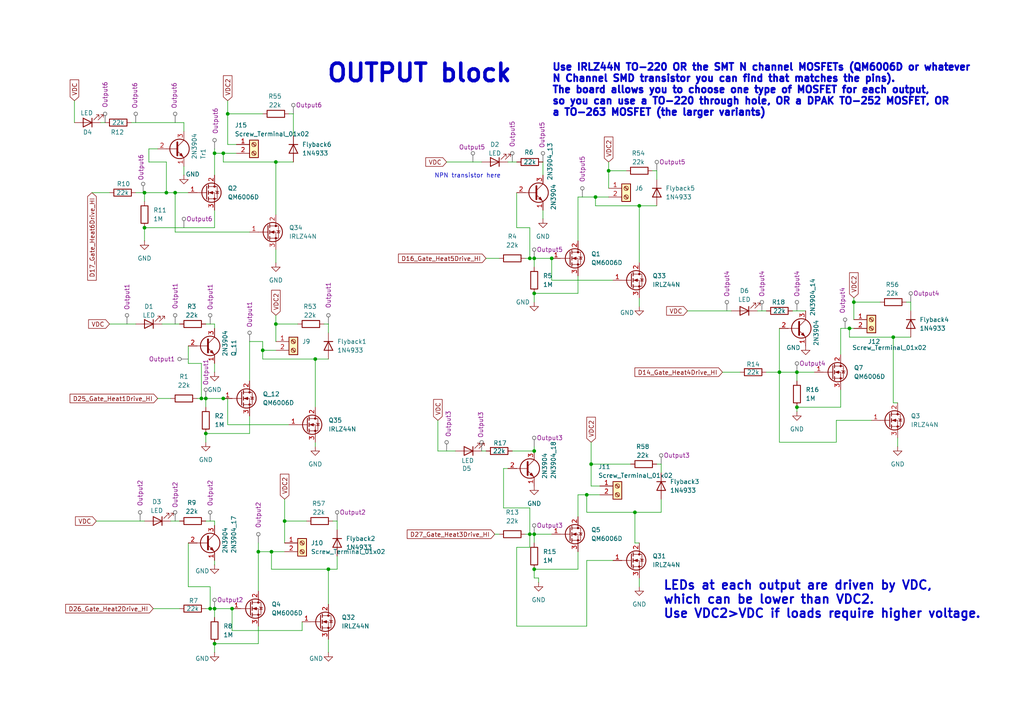
<source format=kicad_sch>
(kicad_sch (version 20250114) (generator "eeschema") (generator_version "9.0")
  (paper "A4")
  (lib_symbols
    (symbol "Connector:Screw_Terminal_01x02" (pin_names (offset 1.016) (hide yes))
      (property "Reference" "J" (at 0 2.54 0))
      (property "Value" "Screw_Terminal_01x02" (at 0 -5.08 0))
      (symbol "Screw_Terminal_01x02_1_1"
        (rectangle (start -1.27 1.27) (end 1.27 -3.81) (stroke (width 0.254)) (fill (type background)))
        (polyline (pts (xy -0.5334 0.3302) (xy 0.3302 -0.508)) (stroke (width 0.1524)))
        (polyline (pts (xy -0.5334 -2.2098) (xy 0.3302 -3.048)) (stroke (width 0.1524)))
        (polyline (pts (xy -0.3556 0.508) (xy 0.508 -0.3302)) (stroke (width 0.1524)))
        (polyline (pts (xy -0.3556 -2.032) (xy 0.508 -2.8702)) (stroke (width 0.1524)))
        (circle (center 0 0) (radius 0.635) (stroke (width 0.1524)))
        (circle (center 0 -2.54) (radius 0.635) (stroke (width 0.1524)))
        (pin passive line (at -5.08 0 0) (length 3.81) (name "Pin_1") (number "1"))
        (pin passive line (at -5.08 -2.54 0) (length 3.81) (name "Pin_2") (number "2"))
      )
    )
    (symbol "Device:LED" (pin_numbers (hide yes)) (pin_names (offset 1.016) (hide yes))
      (property "Reference" "D" (at 0 2.54 0))
      (property "Value" "LED" (at 0 -2.54 0))
      (symbol "LED_0_1"
        (polyline (pts (xy -3.048 -0.762) (xy -4.572 -2.286) (xy -3.81 -2.286) (xy -4.572 -2.286) (xy -4.572 -1.524)))
        (polyline (pts (xy -1.778 -0.762) (xy -3.302 -2.286) (xy -2.54 -2.286) (xy -3.302 -2.286) (xy -3.302 -1.524)))
        (polyline (pts (xy -1.27 0) (xy 1.27 0)))
        (polyline (pts (xy -1.27 -1.27) (xy -1.27 1.27)) (stroke (width 0.254)))
        (polyline (pts (xy 1.27 -1.27) (xy 1.27 1.27) (xy -1.27 0) (xy 1.27 -1.27)) (stroke (width 0.254)))
      )
      (symbol "LED_1_1"
        (pin passive line (at -3.81 0 0) (length 2.54) (name "K") (number "1"))
        (pin passive line (at 3.81 0 180) (length 2.54) (name "A") (number "2"))
      )
    )
    (symbol "Device:R" (pin_numbers (hide yes)) (pin_names (offset 0))
      (property "Reference" "R" (at 2.032 0 90))
      (property "Value" "R" (at 0 0 90))
      (symbol "R_0_1"
        (rectangle (start -1.016 -2.54) (end 1.016 2.54) (stroke (width 0.254)))
      )
      (symbol "R_1_1"
        (pin passive line (at 0 3.81 270) (length 1.27) (name "~") (number "1"))
        (pin passive line (at 0 -3.81 90) (length 1.27) (name "~") (number "2"))
      )
    )
    (symbol "Diode:1N4933" (pin_numbers (hide yes)) (pin_names (hide yes))
      (property "Reference" "D" (at 0 2.54 0))
      (property "Value" "1N4933" (at 0 -2.54 0))
      (symbol "1N4933_0_1"
        (polyline (pts (xy -1.27 1.27) (xy -1.27 -1.27)) (stroke (width 0.254)))
        (polyline (pts (xy 1.27 1.27) (xy 1.27 -1.27) (xy -1.27 0) (xy 1.27 1.27)) (stroke (width 0.254)))
        (polyline (pts (xy 1.27 0) (xy -1.27 0)))
      )
      (symbol "1N4933_1_1"
        (pin passive line (at -3.81 0 0) (length 2.54) (name "K") (number "1"))
        (pin passive line (at 3.81 0 180) (length 2.54) (name "A") (number "2"))
      )
    )
    (symbol "Transistor_BJT:2N3904" (pin_names (offset 0) (hide yes))
      (property "Reference" "Q" (at 5.08 1.905 0))
      (property "Value" "2N3904" (at 5.08 0 0))
      (symbol "2N3904_0_1"
        (polyline (pts (xy -2.54 0) (xy 0.635 0)))
        (polyline (pts (xy 0.635 1.905) (xy 0.635 -1.905)) (stroke (width 0.508)))
        (circle (center 1.27 0) (radius 2.8194) (stroke (width 0.254)))
      )
      (symbol "2N3904_1_1"
        (polyline (pts (xy 0.635 0.635) (xy 2.54 2.54)))
        (polyline (pts (xy 0.635 -0.635) (xy 2.54 -2.54)))
        (polyline (pts (xy 1.27 -1.778) (xy 1.778 -1.27) (xy 2.286 -2.286) (xy 1.27 -1.778)) (fill (type outline)))
        (pin input line (at -5.08 0 0) (length 2.54) (name "B") (number "2"))
        (pin passive line (at 2.54 5.08 270) (length 2.54) (name "C") (number "3"))
        (pin passive line (at 2.54 -5.08 90) (length 2.54) (name "E") (number "1"))
      )
    )
    (symbol "Transistor_FET:IRLZ44N" (pin_names (hide yes))
      (property "Reference" "Q" (at 5.08 1.905 0))
      (property "Value" "IRLZ44N" (at 5.08 0 0))
      (symbol "IRLZ44N_0_1"
        (polyline (pts (xy 0.254 1.905) (xy 0.254 -1.905)) (stroke (width 0.254)))
        (polyline (pts (xy 0.254 0) (xy -2.54 0)))
        (polyline (pts (xy 0.762 2.286) (xy 0.762 1.27)) (stroke (width 0.254)))
        (polyline (pts (xy 0.762 0.508) (xy 0.762 -0.508)) (stroke (width 0.254)))
        (polyline (pts (xy 0.762 -1.27) (xy 0.762 -2.286)) (stroke (width 0.254)))
        (polyline (pts (xy 0.762 -1.778) (xy 3.302 -1.778) (xy 3.302 1.778) (xy 0.762 1.778)))
        (polyline (pts (xy 1.016 0) (xy 2.032 0.381) (xy 2.032 -0.381) (xy 1.016 0)) (fill (type outline)))
        (circle (center 1.651 0) (radius 2.794) (stroke (width 0.254)))
        (polyline (pts (xy 2.54 2.54) (xy 2.54 1.778)))
        (circle (center 2.54 1.778) (radius 0.254) (fill (type outline)))
        (circle (center 2.54 -1.778) (radius 0.254) (fill (type outline)))
        (polyline (pts (xy 2.54 -2.54) (xy 2.54 0) (xy 0.762 0)))
        (polyline (pts (xy 2.794 0.508) (xy 2.921 0.381) (xy 3.683 0.381) (xy 3.81 0.254)))
        (polyline (pts (xy 3.302 0.381) (xy 2.921 -0.254) (xy 3.683 -0.254) (xy 3.302 0.381)))
      )
      (symbol "IRLZ44N_1_1"
        (pin input line (at -5.08 0 0) (length 2.54) (name "G") (number "1"))
        (pin passive line (at 2.54 5.08 270) (length 2.54) (name "D") (number "2"))
        (pin passive line (at 2.54 -5.08 90) (length 2.54) (name "S") (number "3"))
      )
    )
    (symbol "Transistor_FET:QM6006D" (pin_names (hide yes))
      (property "Reference" "Q" (at 5.08 1.905 0))
      (property "Value" "QM6006D" (at 5.08 0 0))
      (symbol "QM6006D_0_1"
        (polyline (pts (xy 0.254 1.905) (xy 0.254 -1.905)) (stroke (width 0.254)))
        (polyline (pts (xy 0.254 0) (xy -2.54 0)))
        (polyline (pts (xy 0.762 2.286) (xy 0.762 1.27)) (stroke (width 0.254)))
        (polyline (pts (xy 0.762 0.508) (xy 0.762 -0.508)) (stroke (width 0.254)))
        (polyline (pts (xy 0.762 -1.27) (xy 0.762 -2.286)) (stroke (width 0.254)))
        (polyline (pts (xy 0.762 -1.778) (xy 3.302 -1.778) (xy 3.302 1.778) (xy 0.762 1.778)))
        (polyline (pts (xy 1.016 0) (xy 2.032 0.381) (xy 2.032 -0.381) (xy 1.016 0)) (fill (type outline)))
        (circle (center 1.651 0) (radius 2.794) (stroke (width 0.254)))
        (polyline (pts (xy 2.54 2.54) (xy 2.54 1.778)))
        (circle (center 2.54 1.778) (radius 0.254) (fill (type outline)))
        (circle (center 2.54 -1.778) (radius 0.254) (fill (type outline)))
        (polyline (pts (xy 2.54 -2.54) (xy 2.54 0) (xy 0.762 0)))
        (polyline (pts (xy 2.794 0.508) (xy 2.921 0.381) (xy 3.683 0.381) (xy 3.81 0.254)))
        (polyline (pts (xy 3.302 0.381) (xy 2.921 -0.254) (xy 3.683 -0.254) (xy 3.302 0.381)))
      )
      (symbol "QM6006D_1_1"
        (pin input line (at -5.08 0 0) (length 2.54) (name "G") (number "1"))
        (pin passive line (at 2.54 5.08 270) (length 2.54) (name "D") (number "2"))
        (pin passive line (at 2.54 -5.08 90) (length 2.54) (name "S") (number "3"))
      )
    )
    (symbol "power:GND" (power) (pin_numbers (hide yes)) (pin_names (offset 0) (hide yes))
      (property "Value" "GND" (at 0 -3.81 0))
      (symbol "GND_0_1"
        (polyline (pts (xy 0 0) (xy 0 -1.27) (xy 1.27 -1.27) (xy 0 -2.54) (xy -1.27 -1.27) (xy 0 -1.27)))
      )
      (symbol "GND_1_1"
        (pin power_in line (at 0 0 270) (length 0) (name "~") (number "1"))
      )
    )
  )
  (text "OUTPUT block" (at 121.666 21.336 0) (effects (font (size 5.08 5.08) (thickness 1.016) (bold yes))))
  (text "NPN transistor here" (at 135.636 51.054 0) (effects (font (size 1.27 1.27))))
  (text "Use IRLZ44N TO-220 OR the SMT N channel MOSFETs (QM6006D or whatever\nN Channel SMD transistor you can find that matches the pins).\nThe board allows you to choose one type of MOSFET for each output,\nso you can use a TO-220 through hole, OR a DPAK TO-252 MOSFET, OR\na TO-263 MOSFET (the larger variants)" (at 160.02 26.162 0) (effects (font (size 2.032 2.032) (thickness 1.016) (bold yes)) (justify left)))
  (text "LEDs at each output are driven by VDC, \nwhich can be lower than VDC2.\nUse VDC2>VDC if loads require higher voltage." (at 192.278 173.99 0) (effects (font (size 2.54 2.54) (thickness 0.508) (bold yes)) (justify left)))
  (junction (at 62.23 176.53))
  (junction (at 154.94 130.81))
  (junction (at 58.42 115.57))
  (junction (at 67.31 176.53))
  (junction (at 153.67 74.93))
  (junction (at 66.04 33.02))
  (junction (at 64.77 115.57))
  (junction (at 185.42 59.69))
  (junction (at 231.14 118.11))
  (junction (at 226.06 107.95))
  (junction (at 154.94 165.1))
  (junction (at 154.94 85.09))
  (junction (at 76.2 101.6))
  (junction (at 172.72 57.15))
  (junction (at 154.94 154.94))
  (junction (at 153.67 154.94))
  (junction (at 80.01 46.99))
  (junction (at 62.23 44.45))
  (junction (at 62.23 186.69))
  (junction (at 160.02 74.93))
  (junction (at 50.8 55.88))
  (junction (at 171.45 134.62))
  (junction (at 60.96 176.53))
  (junction (at 247.65 87.63))
  (junction (at 259.08 97.79))
  (junction (at 91.44 104.14))
  (junction (at 154.94 74.93))
  (junction (at 184.15 148.59))
  (junction (at 64.77 44.45))
  (junction (at 78.74 160.02))
  (junction (at 246.38 95.25))
  (junction (at 95.25 165.1))
  (junction (at 170.18 143.51))
  (junction (at 41.91 55.88))
  (junction (at 59.69 115.57))
  (junction (at 41.91 66.04))
  (junction (at 80.01 93.98))
  (junction (at 74.93 160.02))
  (junction (at 59.69 125.73))
  (junction (at 48.26 55.88))
  (junction (at 176.53 49.53))
  (junction (at 82.55 151.13))
  (junction (at 231.14 107.95))
  (wire (pts (xy 62.23 43.18) (xy 62.23 44.45)))
  (wire (pts (xy 185.42 167.64) (xy 185.42 170.18)))
  (wire (pts (xy 243.84 95.25) (xy 243.84 102.87)))
  (wire (pts (xy 154.94 154.94) (xy 154.94 157.48)))
  (wire (pts (xy 60.96 170.18) (xy 60.96 176.53)))
  (wire (pts (xy 144.78 74.93) (xy 140.97 74.93)))
  (wire (pts (xy 38.1 35.56) (xy 53.34 35.56)))
  (wire (pts (xy 59.69 176.53) (xy 60.96 176.53)))
  (wire (pts (xy 260.35 127) (xy 260.35 129.54)))
  (wire (pts (xy 74.93 157.48) (xy 74.93 160.02)))
  (wire (pts (xy 247.65 87.63) (xy 255.27 87.63)))
  (wire (pts (xy 91.44 104.14) (xy 91.44 118.11)))
  (wire (pts (xy 127 130.81) (xy 132.08 130.81)))
  (wire (pts (xy 50.8 55.88) (xy 50.8 67.31)))
  (wire (pts (xy 48.26 46.99) (xy 48.26 55.88)))
  (wire (pts (xy 53.34 35.56) (xy 53.34 38.1)))
  (wire (pts (xy 67.31 182.88) (xy 87.63 182.88)))
  (wire (pts (xy 259.08 97.79) (xy 246.38 97.79)))
  (wire (pts (xy 85.09 33.02) (xy 83.82 33.02)))
  (wire (pts (xy 226.06 107.95) (xy 226.06 128.27)))
  (wire (pts (xy 167.64 80.01) (xy 167.64 85.09)))
  (wire (pts (xy 72.39 120.65) (xy 72.39 125.73)))
  (wire (pts (xy 247.65 87.63) (xy 247.65 92.71)))
  (wire (pts (xy 146.05 147.32) (xy 146.05 135.89)))
  (wire (pts (xy 156.21 167.64) (xy 156.21 168.91)))
  (wire (pts (xy 91.44 128.27) (xy 91.44 129.54)))
  (wire (pts (xy 54.61 157.48) (xy 54.61 170.18)))
  (wire (pts (xy 222.25 107.95) (xy 226.06 107.95)))
  (wire (pts (xy 171.45 134.62) (xy 171.45 140.97)))
  (wire (pts (xy 214.63 107.95) (xy 209.55 107.95)))
  (wire (pts (xy 62.23 44.45) (xy 62.23 50.8)))
  (wire (pts (xy 190.5 49.53) (xy 189.23 49.53)))
  (wire (pts (xy 66.04 41.91) (xy 68.58 41.91)))
  (wire (pts (xy 27.94 151.13) (xy 41.91 151.13)))
  (wire (pts (xy 64.77 115.57) (xy 66.04 115.57)))
  (wire (pts (xy 59.69 125.73) (xy 72.39 125.73)))
  (wire (pts (xy 148.59 130.81) (xy 154.94 130.81)))
  (wire (pts (xy 97.79 161.29) (xy 97.79 165.1)))
  (wire (pts (xy 80.01 46.99) (xy 64.77 46.99)))
  (wire (pts (xy 95.25 185.42) (xy 95.25 189.23)))
  (wire (pts (xy 54.61 100.33) (xy 54.61 105.41)))
  (wire (pts (xy 66.04 33.02) (xy 66.04 41.91)))
  (wire (pts (xy 170.18 162.56) (xy 177.8 162.56)))
  (wire (pts (xy 41.91 66.04) (xy 62.23 66.04)))
  (wire (pts (xy 167.64 160.02) (xy 167.64 165.1)))
  (wire (pts (xy 48.26 46.99) (xy 43.18 46.99)))
  (wire (pts (xy 97.79 153.67) (xy 97.79 151.13)))
  (wire (pts (xy 29.21 35.56) (xy 30.48 35.56)))
  (wire (pts (xy 153.67 147.32) (xy 146.05 147.32)))
  (wire (pts (xy 171.45 128.27) (xy 171.45 134.62)))
  (wire (pts (xy 62.23 105.41) (xy 62.23 107.95)))
  (wire (pts (xy 41.91 55.88) (xy 41.91 58.42)))
  (wire (pts (xy 87.63 182.88) (xy 87.63 180.34)))
  (wire (pts (xy 59.69 115.57) (xy 64.77 115.57)))
  (wire (pts (xy 74.93 160.02) (xy 74.93 171.45)))
  (wire (pts (xy 66.04 123.19) (xy 83.82 123.19)))
  (wire (pts (xy 176.53 46.99) (xy 176.53 49.53)))
  (wire (pts (xy 176.53 49.53) (xy 181.61 49.53)))
  (wire (pts (xy 46.99 93.98) (xy 52.07 93.98)))
  (wire (pts (xy 154.94 85.09) (xy 154.94 87.63)))
  (wire (pts (xy 190.5 52.07) (xy 190.5 49.53)))
  (wire (pts (xy 171.45 140.97) (xy 173.99 140.97)))
  (wire (pts (xy 62.23 60.96) (xy 62.23 66.04)))
  (wire (pts (xy 62.23 151.13) (xy 62.23 152.4)))
  (wire (pts (xy 95.25 104.14) (xy 91.44 104.14)))
  (wire (pts (xy 50.8 55.88) (xy 54.61 55.88)))
  (wire (pts (xy 85.09 46.99) (xy 80.01 46.99)))
  (wire (pts (xy 154.94 154.94) (xy 160.02 154.94)))
  (wire (pts (xy 172.72 59.69) (xy 172.72 57.15)))
  (wire (pts (xy 58.42 105.41) (xy 58.42 115.57)))
  (wire (pts (xy 167.64 143.51) (xy 170.18 143.51)))
  (wire (pts (xy 62.23 186.69) (xy 62.23 189.23)))
  (wire (pts (xy 160.02 74.93) (xy 160.02 81.28)))
  (wire (pts (xy 49.53 151.13) (xy 52.07 151.13)))
  (wire (pts (xy 41.91 55.88) (xy 48.26 55.88)))
  (wire (pts (xy 153.67 154.94) (xy 154.94 154.94)))
  (wire (pts (xy 226.06 107.95) (xy 231.14 107.95)))
  (wire (pts (xy 154.94 74.93) (xy 154.94 77.47)))
  (wire (pts (xy 129.54 46.99) (xy 139.7 46.99)))
  (wire (pts (xy 154.94 167.64) (xy 156.21 167.64)))
  (wire (pts (xy 153.67 154.94) (xy 153.67 147.32)))
  (wire (pts (xy 246.38 95.25) (xy 243.84 95.25)))
  (wire (pts (xy 243.84 113.03) (xy 243.84 118.11)))
  (wire (pts (xy 153.67 74.93) (xy 154.94 74.93)))
  (wire (pts (xy 191.77 137.16) (xy 191.77 134.62)))
  (wire (pts (xy 67.31 176.53) (xy 67.31 182.88)))
  (wire (pts (xy 153.67 66.04) (xy 153.67 74.93)))
  (wire (pts (xy 219.71 90.17) (xy 222.25 90.17)))
  (wire (pts (xy 149.86 158.75) (xy 149.86 181.61)))
  (wire (pts (xy 167.64 57.15) (xy 167.64 69.85)))
  (wire (pts (xy 184.15 148.59) (xy 184.15 157.48)))
  (wire (pts (xy 48.26 55.88) (xy 50.8 55.88)))
  (wire (pts (xy 85.09 39.37) (xy 85.09 33.02)))
  (wire (pts (xy 199.39 90.17) (xy 212.09 90.17)))
  (wire (pts (xy 66.04 29.21) (xy 66.04 33.02)))
  (wire (pts (xy 247.65 95.25) (xy 246.38 95.25)))
  (wire (pts (xy 247.65 86.36) (xy 247.65 87.63)))
  (wire (pts (xy 80.01 93.98) (xy 86.36 93.98)))
  (wire (pts (xy 246.38 97.79) (xy 246.38 95.25)))
  (wire (pts (xy 259.08 116.84) (xy 260.35 116.84)))
  (wire (pts (xy 78.74 165.1) (xy 78.74 160.02)))
  (wire (pts (xy 76.2 101.6) (xy 76.2 99.06)))
  (wire (pts (xy 76.2 104.14) (xy 76.2 101.6)))
  (wire (pts (xy 147.32 46.99) (xy 149.86 46.99)))
  (wire (pts (xy 26.67 55.88) (xy 31.75 55.88)))
  (wire (pts (xy 80.01 46.99) (xy 80.01 62.23)))
  (wire (pts (xy 242.57 128.27) (xy 242.57 121.92)))
  (wire (pts (xy 66.04 33.02) (xy 76.2 33.02)))
  (wire (pts (xy 59.69 125.73) (xy 59.69 128.27)))
  (wire (pts (xy 82.55 144.78) (xy 82.55 151.13)))
  (wire (pts (xy 154.94 129.54) (xy 154.94 130.81)))
  (wire (pts (xy 97.79 165.1) (xy 95.25 165.1)))
  (wire (pts (xy 43.18 43.18) (xy 45.72 43.18)))
  (wire (pts (xy 80.01 93.98) (xy 80.01 99.06)))
  (wire (pts (xy 154.94 165.1) (xy 167.64 165.1)))
  (wire (pts (xy 176.53 49.53) (xy 176.53 54.61)))
  (wire (pts (xy 95.25 165.1) (xy 95.25 175.26)))
  (wire (pts (xy 170.18 148.59) (xy 170.18 143.51)))
  (wire (pts (xy 184.15 157.48) (xy 185.42 157.48)))
  (wire (pts (xy 78.74 160.02) (xy 82.55 160.02)))
  (wire (pts (xy 154.94 74.93) (xy 160.02 74.93)))
  (wire (pts (xy 229.87 90.17) (xy 233.68 90.17)))
  (wire (pts (xy 54.61 170.18) (xy 60.96 170.18)))
  (wire (pts (xy 52.07 176.53) (xy 44.45 176.53)))
  (wire (pts (xy 264.16 90.17) (xy 264.16 87.63)))
  (wire (pts (xy 82.55 151.13) (xy 88.9 151.13)))
  (wire (pts (xy 226.06 95.25) (xy 226.06 107.95)))
  (wire (pts (xy 170.18 181.61) (xy 170.18 162.56)))
  (wire (pts (xy 149.86 181.61) (xy 170.18 181.61)))
  (wire (pts (xy 242.57 121.92) (xy 252.73 121.92)))
  (wire (pts (xy 74.93 160.02) (xy 78.74 160.02)))
  (wire (pts (xy 21.59 29.21) (xy 21.59 35.56)))
  (wire (pts (xy 171.45 134.62) (xy 182.88 134.62)))
  (wire (pts (xy 59.69 151.13) (xy 62.23 151.13)))
  (wire (pts (xy 72.39 99.06) (xy 76.2 99.06)))
  (wire (pts (xy 231.14 118.11) (xy 243.84 118.11)))
  (wire (pts (xy 43.18 46.99) (xy 43.18 43.18)))
  (wire (pts (xy 152.4 154.94) (xy 153.67 154.94)))
  (wire (pts (xy 157.48 60.96) (xy 157.48 63.5)))
  (wire (pts (xy 82.55 151.13) (xy 82.55 157.48)))
  (wire (pts (xy 176.53 57.15) (xy 172.72 57.15)))
  (wire (pts (xy 39.37 55.88) (xy 41.91 55.88)))
  (wire (pts (xy 60.96 176.53) (xy 62.23 176.53)))
  (wire (pts (xy 231.14 118.11) (xy 231.14 119.38)))
  (wire (pts (xy 62.23 176.53) (xy 62.23 179.07)))
  (wire (pts (xy 185.42 86.36) (xy 185.42 88.9)))
  (wire (pts (xy 146.05 135.89) (xy 147.32 135.89)))
  (wire (pts (xy 185.42 59.69) (xy 172.72 59.69)))
  (wire (pts (xy 157.48 46.99) (xy 157.48 50.8)))
  (wire (pts (xy 74.93 181.61) (xy 74.93 186.69)))
  (wire (pts (xy 62.23 162.56) (xy 62.23 163.83)))
  (wire (pts (xy 231.14 107.95) (xy 236.22 107.95)))
  (wire (pts (xy 191.77 134.62) (xy 190.5 134.62)))
  (wire (pts (xy 95.25 93.98) (xy 93.98 93.98)))
  (wire (pts (xy 185.42 59.69) (xy 185.42 76.2)))
  (wire (pts (xy 231.14 107.95) (xy 231.14 110.49)))
  (wire (pts (xy 154.94 165.1) (xy 154.94 167.64)))
  (wire (pts (xy 31.75 93.98) (xy 39.37 93.98)))
  (wire (pts (xy 167.64 143.51) (xy 167.64 149.86)))
  (wire (pts (xy 54.61 105.41) (xy 58.42 105.41)))
  (wire (pts (xy 153.67 158.75) (xy 149.86 158.75)))
  (wire (pts (xy 149.86 66.04) (xy 153.67 66.04)))
  (wire (pts (xy 49.53 115.57) (xy 45.72 115.57)))
  (wire (pts (xy 72.39 99.06) (xy 72.39 110.49)))
  (wire (pts (xy 64.77 44.45) (xy 68.58 44.45)))
  (wire (pts (xy 226.06 128.27) (xy 242.57 128.27)))
  (wire (pts (xy 97.79 151.13) (xy 96.52 151.13)))
  (wire (pts (xy 144.78 154.94) (xy 143.51 154.94)))
  (wire (pts (xy 53.34 48.26) (xy 53.34 50.8)))
  (wire (pts (xy 80.01 91.44) (xy 80.01 93.98)))
  (wire (pts (xy 59.69 115.57) (xy 59.69 118.11)))
  (wire (pts (xy 191.77 148.59) (xy 184.15 148.59)))
  (wire (pts (xy 152.4 74.93) (xy 153.67 74.93)))
  (wire (pts (xy 191.77 144.78) (xy 191.77 148.59)))
  (wire (pts (xy 50.8 67.31) (xy 72.39 67.31)))
  (wire (pts (xy 80.01 72.39) (xy 80.01 76.2)))
  (wire (pts (xy 95.25 96.52) (xy 95.25 93.98)))
  (wire (pts (xy 41.91 66.04) (xy 41.91 69.85)))
  (wire (pts (xy 62.23 93.98) (xy 62.23 95.25)))
  (wire (pts (xy 264.16 87.63) (xy 262.89 87.63)))
  (wire (pts (xy 149.86 55.88) (xy 149.86 66.04)))
  (wire (pts (xy 139.7 130.81) (xy 140.97 130.81)))
  (wire (pts (xy 127 121.92) (xy 127 130.81)))
  (wire (pts (xy 64.77 46.99) (xy 64.77 44.45)))
  (wire (pts (xy 259.08 97.79) (xy 259.08 116.84)))
  (wire (pts (xy 184.15 148.59) (xy 170.18 148.59)))
  (wire (pts (xy 153.67 154.94) (xy 153.67 158.75)))
  (wire (pts (xy 190.5 59.69) (xy 185.42 59.69)))
  (wire (pts (xy 59.69 93.98) (xy 62.23 93.98)))
  (wire (pts (xy 66.04 115.57) (xy 66.04 123.19)))
  (wire (pts (xy 170.18 143.51) (xy 173.99 143.51)))
  (wire (pts (xy 91.44 104.14) (xy 76.2 104.14)))
  (wire (pts (xy 160.02 81.28) (xy 177.8 81.28)))
  (wire (pts (xy 264.16 97.79) (xy 259.08 97.79)))
  (wire (pts (xy 62.23 176.53) (xy 67.31 176.53)))
  (wire (pts (xy 57.15 115.57) (xy 58.42 115.57)))
  (wire (pts (xy 167.64 57.15) (xy 172.72 57.15)))
  (wire (pts (xy 58.42 115.57) (xy 59.69 115.57)))
  (wire (pts (xy 80.01 101.6) (xy 76.2 101.6)))
  (wire (pts (xy 154.94 85.09) (xy 167.64 85.09)))
  (wire (pts (xy 95.25 165.1) (xy 78.74 165.1)))
  (wire (pts (xy 62.23 44.45) (xy 64.77 44.45)))
  (wire (pts (xy 62.23 186.69) (xy 74.93 186.69)))
  (global_label "VDC2" (shape input) (at 66.04 29.21 90) (property "Intersheetrefs" "${INTERSHEET_REFS}" (effects (hide yes))))
  (global_label "VDC2" (shape input) (at 171.45 128.27 90) (property "Intersheetrefs" "${INTERSHEET_REFS}" (effects (hide yes))))
  (global_label "D17_Gate_Heat6Drive_HI" (shape input) (at 26.67 55.88 270) (effects (font (thickness 0.1588))) (property "Intersheetrefs" "${INTERSHEET_REFS}" (effects (hide yes))))
  (global_label "D27_Gate_Heat3Drive_HI" (shape input) (at 143.51 154.94 180) (effects (font (thickness 0.1588))) (property "Intersheetrefs" "${INTERSHEET_REFS}" (effects (hide yes))))
  (global_label "VDC" (shape input) (at 31.75 93.98 180) (property "Intersheetrefs" "${INTERSHEET_REFS}" (effects (hide yes))))
  (global_label "VDC" (shape input) (at 199.39 90.17 180) (property "Intersheetrefs" "${INTERSHEET_REFS}" (effects (hide yes))))
  (global_label "D16_Gate_Heat5Drive_HI" (shape input) (at 140.97 74.93 180) (effects (font (thickness 0.1588))) (property "Intersheetrefs" "${INTERSHEET_REFS}" (effects (hide yes))))
  (global_label "D14_Gate_Heat4Drive_HI" (shape input) (at 209.55 107.95 180) (effects (font (thickness 0.1588))) (property "Intersheetrefs" "${INTERSHEET_REFS}" (effects (hide yes))))
  (global_label "VDC2" (shape input) (at 176.53 46.99 90) (property "Intersheetrefs" "${INTERSHEET_REFS}" (effects (hide yes))))
  (global_label "VDC2" (shape input) (at 80.01 91.44 90) (property "Intersheetrefs" "${INTERSHEET_REFS}" (effects (hide yes))))
  (global_label "D25_Gate_Heat1Drive_HI" (shape input) (at 45.72 115.57 180) (effects (font (thickness 0.1588))) (property "Intersheetrefs" "${INTERSHEET_REFS}" (effects (hide yes))))
  (global_label "VDC" (shape input) (at 127 121.92 90) (property "Intersheetrefs" "${INTERSHEET_REFS}" (effects (hide yes))))
  (global_label "D26_Gate_Heat2Drive_HI" (shape input) (at 44.45 176.53 180) (effects (font (thickness 0.1588))) (property "Intersheetrefs" "${INTERSHEET_REFS}" (effects (hide yes))))
  (global_label "VDC2" (shape input) (at 247.65 86.36 90) (property "Intersheetrefs" "${INTERSHEET_REFS}" (effects (hide yes))))
  (global_label "VDC" (shape input) (at 129.54 46.99 180) (property "Intersheetrefs" "${INTERSHEET_REFS}" (effects (hide yes))))
  (global_label "VDC" (shape input) (at 21.59 29.21 90) (property "Intersheetrefs" "${INTERSHEET_REFS}" (effects (hide yes))))
  (global_label "VDC2" (shape input) (at 82.55 144.78 90) (property "Intersheetrefs" "${INTERSHEET_REFS}" (effects (hide yes))))
  (global_label "VDC" (shape input) (at 27.94 151.13 180) (property "Intersheetrefs" "${INTERSHEET_REFS}" (effects (hide yes))))
  (netclass_flag "" (length 2.54) (shape round) (at 137.16 46.99 0) (property "Netclass" "Output5" (at 133.096 42.672 0) (effects (justify left))))
  (netclass_flag "" (length 2.54) (shape round) (at 148.59 46.99 0) (property "Netclass" "Output5" (at 148.59 42.672 90) (effects (justify left))))
  (netclass_flag "" (length 2.54) (shape round) (at 264.16 87.63 0) (property "Netclass" "Output4" (at 264.8585 85.09 0) (effects (justify left))))
  (netclass_flag "" (length 2.54) (shape round) (at 190.5 49.53 0) (property "Netclass" "Output5" (at 191.1985 46.99 0) (effects (justify left))))
  (netclass_flag "" (length 2.54) (shape round) (at 50.8 151.13 0) (property "Netclass" "Output2" (at 50.8 147.32 90) (effects (justify left))))
  (netclass_flag "" (length 2.54) (shape round) (at 231.14 90.17 0) (property "Netclass" "Output4" (at 231.14 86.106 90) (effects (justify left))))
  (netclass_flag "" (length 2.54) (shape round) (at 95.25 93.98 0) (property "Netclass" "Output1" (at 95.25 89.408 90) (effects (justify left))))
  (netclass_flag "" (length 2.54) (shape round) (at 60.96 151.13 0) (property "Netclass" "Output2" (at 60.96 146.812 90) (effects (justify left))))
  (netclass_flag "" (length 2.54) (shape round) (at 53.34 66.04 0) (property "Netclass" "Output6" (at 54.0385 63.5 0) (effects (justify left))))
  (netclass_flag "" (length 2.54) (shape round) (at 74.93 157.48 0) (property "Netclass" "Output2" (at 74.93 153.162 90) (effects (justify left))))
  (netclass_flag "" (length 2.54) (shape round) (at 41.523 55.88 0) (property "Netclass" "Output6" (at 40.894 52.324 90) (effects (justify left))))
  (netclass_flag "" (length 2.54) (shape round) (at 54.61 104.14 90) (property "Netclass" "Output1" (at 50.8 104.14 0) (effects (justify right))))
  (netclass_flag "" (length 2.54) (shape round) (at 62.23 43.18 0) (property "Netclass" "Output6" (at 62.484 38.862 90) (effects (justify left))))
  (netclass_flag "" (length 2.54) (shape round) (at 36.83 93.98 0) (property "Netclass" "Output1" (at 36.83 89.916 90) (effects (justify left))))
  (netclass_flag "" (length 2.54) (shape round) (at 39.37 35.56 0) (property "Netclass" "Output6" (at 39.116 31.496 90) (effects (justify left))))
  (netclass_flag "" (length 2.54) (shape round) (at 40.64 151.13 0) (property "Netclass" "Output2" (at 40.64 146.812 90) (effects (justify left))))
  (netclass_flag "" (length 2.54) (shape round) (at 168.91 57.15 0) (property "Netclass" "Output5" (at 168.91 52.832 90) (effects (justify left))))
  (netclass_flag "" (length 2.54) (shape round) (at 154.94 74.93 0) (property "Netclass" "Output5" (at 155.6385 72.39 0) (effects (justify left))))
  (netclass_flag "" (length 2.54) (shape round) (at 210.82 90.17 0) (property "Netclass" "Output4" (at 210.82 86.106 90) (effects (justify left))))
  (netclass_flag "" (length 2.54) (shape round) (at 220.98 90.17 0) (property "Netclass" "Output4" (at 220.98 86.106 90) (effects (justify left))))
  (netclass_flag "" (length 2.54) (shape round) (at 85.09 33.02 0) (property "Netclass" "Output6" (at 85.7885 30.48 0) (effects (justify left))))
  (netclass_flag "" (length 2.54) (shape round) (at 60.96 93.98 0) (property "Netclass" "Output1" (at 60.96 89.916 90) (effects (justify left))))
  (netclass_flag "" (length 2.54) (shape round) (at 157.48 46.99 0) (property "Netclass" "Output5" (at 157.226 42.926 90) (effects (justify left))))
  (netclass_flag "" (length 2.54) (shape round) (at 62.23 176.53 0) (property "Netclass" "Output2" (at 62.9285 173.99 0) (effects (justify left))))
  (netclass_flag "" (length 2.54) (shape round) (at 231.14 107.95 0) (property "Netclass" "Output4" (at 231.8385 105.41 0) (effects (justify left))))
  (netclass_flag "" (length 2.54) (shape round) (at 30.48 35.56 0) (property "Netclass" "Output6" (at 30.48 31.242 90) (effects (justify left))))
  (netclass_flag "" (length 2.54) (shape round) (at 97.79 151.13 0) (property "Netclass" "Output2" (at 98.4885 148.59 0) (effects (justify left))))
  (netclass_flag "" (length 2.54) (shape round) (at 154.94 129.54 0) (property "Netclass" "Output3" (at 155.6385 127 0) (effects (justify left))))
  (netclass_flag "" (length 2.54) (shape round) (at 50.8 93.98 0) (property "Netclass" "Output1" (at 50.8 89.662 90) (effects (justify left))))
  (netclass_flag "" (length 2.54) (shape round) (at 139.7 130.81 0) (property "Netclass" "Output3" (at 139.446 127 90) (effects (justify left))))
  (netclass_flag "" (length 2.54) (shape round) (at 50.8 35.56 0) (property "Netclass" "Output6" (at 50.546 31.496 90) (effects (justify left))))
  (netclass_flag "" (length 2.54) (shape round) (at 245.11 95.25 0) (property "Netclass" "Output4" (at 244.348 90.932 90) (effects (justify left))))
  (netclass_flag "" (length 2.54) (shape round) (at 59.69 115.57 0) (property "Netclass" "Output1" (at 59.69 111.76 90) (effects (justify left))))
  (netclass_flag "" (length 2.54) (shape round) (at 72.39 99.06 0) (property "Netclass" "Output1" (at 72.39 94.996 90) (effects (justify left))))
  (netclass_flag "" (length 2.54) (shape round) (at 129.54 130.81 0) (property "Netclass" "Output3" (at 130.048 126.746 90) (effects (justify left))))
  (netclass_flag "" (length 2.54) (shape round) (at 191.77 134.62 0) (property "Netclass" "Output3" (at 192.4685 132.08 0) (effects (justify left))))
  (netclass_flag "" (length 2.54) (shape round) (at 154.94 154.94 0) (property "Netclass" "Output3" (at 155.6385 152.4 0) (effects (justify left))))
  (symbol (lib_id "Diode:1N4933") (at 190.5 55.88 270) (unit 1)
    (property "Reference" "Flyback5" (at 193.04 54.6099 90) (effects (justify left)))
    (property "Value" "1N4933" (at 193.04 57.1499 90) (effects (justify left)))
    (property "Footprint" "Diode_THT:D_DO-41_SOD81_P10.16mm_Horizontal" (effects (hide yes)))
    (property "Datasheet" "https://www.vishay.com/docs/88508/1n4933.pdf" (effects (hide yes)))
    (property "Description" "Fast Switching Plastic Rectifier, VRRM 50V, IF(AV) 1.0A, trr 200ns, DO-41" (effects (hide yes)))
    (property "Sim.Device" "D" (effects (hide yes)))
    (property "Sim.Pins" "1=K 2=A" (effects (hide yes)))
  )
  (symbol (lib_id "power:GND") (at 156.21 168.91 0) (unit 1)
    (property "Reference" "#PWR011" (effects (hide yes)))
    (property "Value" "GND" (at 156.21 173.99 0))
    (property "Description" "Power symbol creates a global label with name \"GND\" , ground" (effects (hide yes)))
  )
  (symbol (lib_id "Connector:Screw_Terminal_01x02") (at 85.09 99.06 0) (unit 1)
    (property "Reference" "J9" (at 87.63 99.0599 0) (effects (justify left)))
    (property "Value" "Screw_Terminal_01x02" (effects (hide yes)))
    (property "Footprint" "TO220:TerminalBlock_CLEAN_2PIN" (effects (hide yes)))
    (property "Description" "Generic screw terminal, single row, 01x02, script generated (kicad-library-utils/schlib/autogen/connector/)" (effects (hide yes)))
  )
  (symbol (lib_id "Transistor_FET:IRLZ44N") (at 182.88 162.56 0) (unit 1)
    (property "Reference" "Q31" (at 189.23 161.2899 0) (effects (justify left)))
    (property "Value" "IRLZ44N" (at 189.23 163.8299 0) (effects (justify left)))
    (property "Footprint" "TO220:TO-220-3_EXTENDED" (effects (hide yes)))
    (property "Datasheet" "http://www.irf.com/product-info/datasheets/data/irlz44n.pdf" (effects (hide yes)))
    (property "Description" "47A Id, 55V Vds, 22mOhm Rds Single N-Channel HEXFET Power MOSFET, TO-220AB" (effects (hide yes)))
  )
  (symbol (lib_id "power:GND") (at 62.23 163.83 0) (unit 1)
    (property "Reference" "#PWR066" (effects (hide yes)))
    (property "Value" "GND" (at 58.674 165.608 0))
    (property "Description" "Power symbol creates a global label with name \"GND\" , ground" (effects (hide yes)))
  )
  (symbol (lib_id "Device:R") (at 259.08 87.63 90) (unit 1)
    (property "Reference" "R56" (at 258.826 82.55 90))
    (property "Value" "22k" (at 258.826 85.09 90))
    (property "Footprint" "TO220:R_Axial_Clean" (effects (hide yes)))
    (property "Description" "Resistor" (effects (hide yes)))
  )
  (symbol (lib_id "Device:R") (at 62.23 182.88 0) (unit 1)
    (property "Reference" "R8" (at 64.77 181.6099 0) (effects (justify left)))
    (property "Value" "1M" (at 64.77 184.1499 0) (effects (justify left)))
    (property "Footprint" "TO220:R_Axial_Clean" (effects (hide yes)))
    (property "Description" "Resistor" (effects (hide yes)))
  )
  (symbol (lib_id "Transistor_BJT:2N3904") (at 154.94 55.88 0) (unit 1)
    (property "Reference" "2N3904_13" (at 159.512 52.324 90) (effects (justify left)))
    (property "Value" "2N3904" (at 160.528 60.96 90) (effects (justify left)))
    (property "Footprint" "TO220:TO-92_Expanded" (effects (hide yes)))
    (property "Datasheet" "https://www.onsemi.com/pub/Collateral/2N3903-D.PDF" (effects (hide yes)))
    (property "Description" "0.2A Ic, 40V Vce, Small Signal NPN Transistor, TO-92" (effects (hide yes)))
  )
  (symbol (lib_id "Transistor_FET:QM6006D") (at 69.85 115.57 0) (unit 1)
    (property "Reference" "Q_12" (at 76.2 114.2999 0) (effects (justify left)))
    (property "Value" "QM6006D" (at 76.2 116.8399 0) (effects (justify left)))
    (property "Footprint" "termocuplu:TO-263-2_Extended" (effects (hide yes)))
    (property "Datasheet" "http://www.jaolen.com/images/pdf/QM6006D.pdf" (effects (hide yes)))
    (property "Description" "35A Id, 60V Vds, N-Channel Power MOSFET, 18mOhm Ron, 19.3nC Qg (typ), TO252" (effects (hide yes)))
  )
  (symbol (lib_id "power:GND") (at 62.23 107.95 0) (unit 1)
    (property "Reference" "#PWR065" (effects (hide yes)))
    (property "Value" "GND" (at 62.23 113.03 0))
    (property "Description" "Power symbol creates a global label with name \"GND\" , ground" (effects (hide yes)))
  )
  (symbol (lib_id "Device:R") (at 41.91 62.23 0) (unit 1)
    (property "Reference" "R11" (at 44.45 60.9599 0) (effects (justify left)))
    (property "Value" "1M" (at 44.45 63.4999 0) (effects (justify left)))
    (property "Footprint" "TO220:R_Axial_Clean" (effects (hide yes)))
    (property "Description" "Resistor" (effects (hide yes)))
  )
  (symbol (lib_id "power:GND") (at 53.34 50.8 0) (unit 1)
    (property "Reference" "#PWR064" (effects (hide yes)))
    (property "Value" "GND" (at 55.88 50.546 0))
    (property "Description" "Power symbol creates a global label with name \"GND\" , ground" (effects (hide yes)))
  )
  (symbol (lib_id "Device:R") (at 148.59 154.94 90) (unit 1)
    (property "Reference" "R13" (at 148.59 148.59 90))
    (property "Value" "22k" (at 148.59 151.13 90))
    (property "Footprint" "TO220:R_Axial_Clean" (effects (hide yes)))
    (property "Description" "Resistor" (effects (hide yes)))
  )
  (symbol (lib_id "Device:R") (at 153.67 46.99 90) (unit 1)
    (property "Reference" "R6" (at 153.416 44.196 90))
    (property "Value" "22k" (at 153.67 46.99 90))
    (property "Footprint" "TO220:R_Axial_Clean" (effects (hide yes)))
    (property "Description" "Resistor" (effects (hide yes)))
  )
  (symbol (lib_id "Device:LED") (at 43.18 93.98 180) (unit 1)
    (property "Reference" "D1" (at 43.18 88.9 0))
    (property "Value" "LED" (at 43.18 91.44 0))
    (property "Footprint" "LED_SMD:LED_1206_3216Metric_Pad1.42x1.75mm_HandSolder" (effects (hide yes)))
    (property "Description" "Light emitting diode" (effects (hide yes)))
  )
  (symbol (lib_id "power:GND") (at 231.14 119.38 0) (unit 1)
    (property "Reference" "#PWR012" (effects (hide yes)))
    (property "Value" "GND" (at 231.14 124.46 0))
    (property "Description" "Power symbol creates a global label with name \"GND\" , ground" (effects (hide yes)))
  )
  (symbol (lib_id "power:GND") (at 154.94 87.63 0) (unit 1)
    (property "Reference" "#PWR017" (effects (hide yes)))
    (property "Value" "GND" (at 151.638 87.63 0))
    (property "Description" "Power symbol creates a global label with name \"GND\" , ground" (effects (hide yes)))
  )
  (symbol (lib_id "Transistor_BJT:2N3904") (at 59.69 157.48 0) (unit 1)
    (property "Reference" "2N3904_17" (at 67.818 160.528 90) (effects (justify left)))
    (property "Value" "2N3904" (at 65.278 160.528 90) (effects (justify left)))
    (property "Footprint" "TO220:TO-92_Expanded" (effects (hide yes)))
    (property "Datasheet" "https://www.onsemi.com/pub/Collateral/2N3903-D.PDF" (effects (hide yes)))
    (property "Description" "0.2A Ic, 40V Vce, Small Signal NPN Transistor, TO-92" (effects (hide yes)))
  )
  (symbol (lib_id "Diode:1N4933") (at 85.09 43.18 270) (unit 1)
    (property "Reference" "Flyback6" (at 87.63 41.9099 90) (effects (justify left)))
    (property "Value" "1N4933" (at 87.63 44.4499 90) (effects (justify left)))
    (property "Footprint" "Diode_THT:D_DO-41_SOD81_P10.16mm_Horizontal" (effects (hide yes)))
    (property "Datasheet" "https://www.vishay.com/docs/88508/1n4933.pdf" (effects (hide yes)))
    (property "Description" "Fast Switching Plastic Rectifier, VRRM 50V, IF(AV) 1.0A, trr 200ns, DO-41" (effects (hide yes)))
    (property "Sim.Device" "D" (effects (hide yes)))
    (property "Sim.Pins" "1=K 2=A" (effects (hide yes)))
  )
  (symbol (lib_id "Transistor_FET:IRLZ44N") (at 77.47 67.31 0) (unit 1)
    (property "Reference" "Q34" (at 83.82 66.0399 0) (effects (justify left)))
    (property "Value" "IRLZ44N" (at 83.82 68.5799 0) (effects (justify left)))
    (property "Footprint" "TO220:TO-220-3_EXTENDED" (effects (hide yes)))
    (property "Datasheet" "http://www.irf.com/product-info/datasheets/data/irlz44n.pdf" (effects (hide yes)))
    (property "Description" "47A Id, 55V Vds, 22mOhm Rds Single N-Channel HEXFET Power MOSFET, TO-220AB" (effects (hide yes)))
  )
  (symbol (lib_id "Transistor_FET:QM6006D") (at 165.1 154.94 0) (unit 1)
    (property "Reference" "Q5" (at 171.45 153.6699 0) (effects (justify left)))
    (property "Value" "QM6006D" (at 171.45 156.2099 0) (effects (justify left)))
    (property "Footprint" "termocuplu:TO-263-2_Extended" (effects (hide yes)))
    (property "Datasheet" "http://www.jaolen.com/images/pdf/QM6006D.pdf" (effects (hide yes)))
    (property "Description" "35A Id, 60V Vds, N-Channel Power MOSFET, 18mOhm Ron, 19.3nC Qg (typ), TO252" (effects (hide yes)))
  )
  (symbol (lib_id "Device:R") (at 55.88 151.13 90) (unit 1)
    (property "Reference" "R9" (at 55.626 145.796 90))
    (property "Value" "22k" (at 55.626 148.336 90))
    (property "Footprint" "TO220:R_Axial_Clean" (effects (hide yes)))
    (property "Description" "Resistor" (effects (hide yes)))
  )
  (symbol (lib_id "Transistor_BJT:2N3904") (at 50.8 43.18 0) (unit 1)
    (property "Reference" "Tr1" (at 58.928 46.228 90) (effects (justify left)))
    (property "Value" "2N3904" (at 56.388 46.228 90) (effects (justify left)))
    (property "Footprint" "TO220:TO-92_Expanded" (effects (hide yes)))
    (property "Datasheet" "https://www.onsemi.com/pub/Collateral/2N3903-D.PDF" (effects (hide yes)))
    (property "Description" "0.2A Ic, 40V Vce, Small Signal NPN Transistor, TO-92" (effects (hide yes)))
  )
  (symbol (lib_id "Device:R") (at 55.88 93.98 90) (unit 1)
    (property "Reference" "R3" (at 55.626 88.9 90))
    (property "Value" "22k" (at 55.626 91.44 90))
    (property "Footprint" "TO220:R_Axial_Clean" (effects (hide yes)))
    (property "Description" "Resistor" (effects (hide yes)))
  )
  (symbol (lib_id "Device:R") (at 59.69 121.92 0) (unit 1)
    (property "Reference" "R2" (at 62.23 120.6499 0) (effects (justify left)))
    (property "Value" "1M" (at 62.23 123.1899 0) (effects (justify left)))
    (property "Footprint" "TO220:R_Axial_Clean" (effects (hide yes)))
    (property "Description" "Resistor" (effects (hide yes)))
  )
  (symbol (lib_id "Connector:Screw_Terminal_01x02") (at 87.63 157.48 0) (unit 1)
    (property "Reference" "J10" (at 90.17 157.4799 0) (effects (justify left)))
    (property "Value" "Screw_Terminal_01x02" (at 90.17 160.0199 0) (effects (justify left)))
    (property "Footprint" "TO220:TerminalBlock_CLEAN_2PIN" (effects (hide yes)))
    (property "Description" "Generic screw terminal, single row, 01x02, script generated (kicad-library-utils/schlib/autogen/connector/)" (effects (hide yes)))
  )
  (symbol (lib_id "Transistor_FET:QM6006D") (at 72.39 176.53 0) (unit 1)
    (property "Reference" "Q4" (at 78.74 175.2599 0) (effects (justify left)))
    (property "Value" "QM6006D" (at 78.74 177.7999 0) (effects (justify left)))
    (property "Footprint" "termocuplu:TO-263-2_Extended" (effects (hide yes)))
    (property "Datasheet" "http://www.jaolen.com/images/pdf/QM6006D.pdf" (effects (hide yes)))
    (property "Description" "35A Id, 60V Vds, N-Channel Power MOSFET, 18mOhm Ron, 19.3nC Qg (typ), TO252" (effects (hide yes)))
  )
  (symbol (lib_id "Device:LED") (at 25.4 35.56 180) (unit 1)
    (property "Reference" "D4" (at 25.4 38.354 0))
    (property "Value" "LED" (at 25.146 32.766 0))
    (property "Footprint" "LED_SMD:LED_1206_3216Metric_Pad1.42x1.75mm_HandSolder" (effects (hide yes)))
    (property "Description" "Light emitting diode" (effects (hide yes)))
  )
  (symbol (lib_id "Transistor_BJT:2N3904") (at 231.14 95.25 0) (unit 1)
    (property "Reference" "2N3904_14" (at 235.712 91.694 90) (effects (justify left)))
    (property "Value" "2N3904" (at 236.728 100.33 90) (effects (justify left)))
    (property "Footprint" "TO220:TO-92_Expanded" (effects (hide yes)))
    (property "Datasheet" "https://www.onsemi.com/pub/Collateral/2N3903-D.PDF" (effects (hide yes)))
    (property "Description" "0.2A Ic, 40V Vce, Small Signal NPN Transistor, TO-92" (effects (hide yes)))
  )
  (symbol (lib_id "Device:R") (at 154.94 81.28 0) (unit 1)
    (property "Reference" "R5" (at 157.48 80.0099 0) (effects (justify left)))
    (property "Value" "1M" (at 157.48 82.5499 0) (effects (justify left)))
    (property "Footprint" "TO220:R_Axial_Clean" (effects (hide yes)))
    (property "Description" "Resistor" (effects (hide yes)))
  )
  (symbol (lib_id "power:GND") (at 185.42 88.9 0) (unit 1)
    (property "Reference" "#PWR093" (effects (hide yes)))
    (property "Value" "GND" (at 181.864 90.678 0))
    (property "Description" "Power symbol creates a global label with name \"GND\" , ground" (effects (hide yes)))
  )
  (symbol (lib_id "Diode:1N4933") (at 97.79 157.48 270) (unit 1)
    (property "Reference" "Flyback2" (at 100.33 156.2099 90) (effects (justify left)))
    (property "Value" "1N4933" (at 100.33 158.7499 90) (effects (justify left)))
    (property "Footprint" "Diode_THT:D_DO-41_SOD81_P10.16mm_Horizontal" (effects (hide yes)))
    (property "Datasheet" "https://www.vishay.com/docs/88508/1n4933.pdf" (effects (hide yes)))
    (property "Description" "Fast Switching Plastic Rectifier, VRRM 50V, IF(AV) 1.0A, trr 200ns, DO-41" (effects (hide yes)))
    (property "Sim.Device" "D" (effects (hide yes)))
    (property "Sim.Pins" "1=K 2=A" (effects (hide yes)))
  )
  (symbol (lib_id "Device:R") (at 35.56 55.88 90) (unit 1)
    (property "Reference" "R10" (at 35.814 53.34 90))
    (property "Value" "22k" (at 35.56 55.88 90))
    (property "Footprint" "TO220:R_Axial_Clean" (effects (hide yes)))
    (property "Description" "Resistor" (effects (hide yes)))
  )
  (symbol (lib_id "Transistor_FET:QM6006D") (at 59.69 55.88 0) (unit 1)
    (property "Reference" "Q2" (at 66.04 54.6099 0) (effects (justify left)))
    (property "Value" "QM6006D" (at 66.04 57.1499 0) (effects (justify left)))
    (property "Footprint" "termocuplu:TO-263-2_Extended" (effects (hide yes)))
    (property "Datasheet" "http://www.jaolen.com/images/pdf/QM6006D.pdf" (effects (hide yes)))
    (property "Description" "35A Id, 60V Vds, N-Channel Power MOSFET, 18mOhm Ron, 19.3nC Qg (typ), TO252" (effects (hide yes)))
  )
  (symbol (lib_id "Device:R") (at 218.44 107.95 90) (unit 1)
    (property "Reference" "R14" (at 218.44 105.664 90))
    (property "Value" "22k" (at 218.44 107.95 90))
    (property "Footprint" "TO220:R_Axial_Clean" (effects (hide yes)))
    (property "Description" "Resistor" (effects (hide yes)))
  )
  (symbol (lib_id "Connector:Screw_Terminal_01x02") (at 179.07 140.97 0) (unit 1)
    (property "Reference" "J11" (at 173.482 135.382 0) (effects (justify left)))
    (property "Value" "Screw_Terminal_01x02" (at 173.482 137.922 0) (effects (justify left)))
    (property "Footprint" "TO220:TerminalBlock_CLEAN_2PIN" (effects (hide yes)))
    (property "Description" "Generic screw terminal, single row, 01x02, script generated (kicad-library-utils/schlib/autogen/connector/)" (effects (hide yes)))
  )
  (symbol (lib_id "power:GND") (at 157.48 63.5 0) (unit 1)
    (property "Reference" "#PWR03" (effects (hide yes)))
    (property "Value" "GND" (at 157.48 68.58 0))
    (property "Description" "Power symbol creates a global label with name \"GND\" , ground" (effects (hide yes)))
  )
  (symbol (lib_id "Device:R") (at 90.17 93.98 90) (unit 1)
    (property "Reference" "R53" (at 89.916 88.9 90))
    (property "Value" "22k" (at 89.916 91.44 90))
    (property "Footprint" "TO220:R_Axial_Clean" (effects (hide yes)))
    (property "Description" "Resistor" (effects (hide yes)))
  )
  (symbol (lib_id "Transistor_BJT:2N3904") (at 59.69 100.33 0) (unit 1)
    (property "Reference" "Q_11" (at 67.818 103.378 90) (effects (justify left)))
    (property "Value" "2N3904" (at 65.278 103.378 90) (effects (justify left)))
    (property "Footprint" "TO220:TO-92_Expanded" (effects (hide yes)))
    (property "Datasheet" "https://www.onsemi.com/pub/Collateral/2N3903-D.PDF" (effects (hide yes)))
    (property "Description" "0.2A Ic, 40V Vce, Small Signal NPN Transistor, TO-92" (effects (hide yes)))
  )
  (symbol (lib_id "Transistor_BJT:2N3904") (at 152.4 135.89 0) (unit 1)
    (property "Reference" "2N3904_18" (at 160.528 138.938 90) (effects (justify left)))
    (property "Value" "2N3904" (at 157.988 138.938 90) (effects (justify left)))
    (property "Footprint" "TO220:TO-92_Expanded" (effects (hide yes)))
    (property "Datasheet" "https://www.onsemi.com/pub/Collateral/2N3903-D.PDF" (effects (hide yes)))
    (property "Description" "0.2A Ic, 40V Vce, Small Signal NPN Transistor, TO-92" (effects (hide yes)))
  )
  (symbol (lib_id "power:GND") (at 80.01 76.2 0) (unit 1)
    (property "Reference" "#PWR094" (effects (hide yes)))
    (property "Value" "GND" (at 80.01 81.28 0))
    (property "Description" "Power symbol creates a global label with name \"GND\" , ground" (effects (hide yes)))
  )
  (symbol (lib_id "power:GND") (at 233.68 100.33 0) (unit 1)
    (property "Reference" "#PWR063" (effects (hide yes)))
    (property "Value" "GND" (at 230.124 100.838 0))
    (property "Description" "Power symbol creates a global label with name \"GND\" , ground" (effects (hide yes)))
  )
  (symbol (lib_id "Device:LED") (at 143.51 46.99 180) (unit 1)
    (property "Reference" "D2" (at 143.51 41.91 0))
    (property "Value" "LED" (at 143.51 44.45 0))
    (property "Footprint" "LED_SMD:LED_1206_3216Metric_Pad1.42x1.75mm_HandSolder" (effects (hide yes)))
    (property "Description" "Light emitting diode" (effects (hide yes)))
  )
  (symbol (lib_id "Device:LED") (at 215.9 90.17 180) (unit 1)
    (property "Reference" "D6" (at 215.9 84.328 0))
    (property "Value" "LED" (at 215.9 86.868 0))
    (property "Footprint" "LED_SMD:LED_1206_3216Metric_Pad1.42x1.75mm_HandSolder" (effects (hide yes)))
    (property "Description" "Light emitting diode" (effects (hide yes)))
  )
  (symbol (lib_id "power:GND") (at 41.91 69.85 0) (unit 1)
    (property "Reference" "#PWR023" (effects (hide yes)))
    (property "Value" "GND" (at 41.91 74.93 0))
    (property "Description" "Power symbol creates a global label with name \"GND\" , ground" (effects (hide yes)))
  )
  (symbol (lib_id "Device:R") (at 185.42 49.53 90) (unit 1)
    (property "Reference" "R54" (at 185.166 44.45 90))
    (property "Value" "22k" (at 185.166 46.99 90))
    (property "Footprint" "TO220:R_Axial_Clean" (effects (hide yes)))
    (property "Description" "Resistor" (effects (hide yes)))
  )
  (symbol (lib_id "Device:R") (at 231.14 114.3 0) (unit 1)
    (property "Reference" "R16" (at 233.68 113.0299 0) (effects (justify left)))
    (property "Value" "1M" (at 233.68 115.5699 0) (effects (justify left)))
    (property "Footprint" "TO220:R_Axial_Clean" (effects (hide yes)))
    (property "Description" "Resistor" (effects (hide yes)))
  )
  (symbol (lib_id "power:GND") (at 154.94 140.97 0) (unit 1)
    (property "Reference" "#PWR067" (effects (hide yes)))
    (property "Value" "GND" (at 154.94 146.05 0))
    (property "Description" "Power symbol creates a global label with name \"GND\" , ground" (effects (hide yes)))
  )
  (symbol (lib_id "Device:R") (at 186.69 134.62 90) (unit 1)
    (property "Reference" "R58" (at 186.436 129.54 90))
    (property "Value" "22k" (at 186.436 132.08 90))
    (property "Footprint" "TO220:R_Axial_Clean" (effects (hide yes)))
    (property "Description" "Resistor" (effects (hide yes)))
  )
  (symbol (lib_id "Device:LED") (at 45.72 151.13 180) (unit 1)
    (property "Reference" "D3" (at 45.466 145.542 0))
    (property "Value" "LED" (at 45.466 148.082 0))
    (property "Footprint" "LED_SMD:LED_1206_3216Metric_Pad1.42x1.75mm_HandSolder" (effects (hide yes)))
    (property "Description" "Light emitting diode" (effects (hide yes)))
  )
  (symbol (lib_id "Device:R") (at 154.94 161.29 0) (unit 1)
    (property "Reference" "R15" (at 157.48 160.0199 0) (effects (justify left)))
    (property "Value" "1M" (at 157.48 162.5599 0) (effects (justify left)))
    (property "Footprint" "TO220:R_Axial_Clean" (effects (hide yes)))
    (property "Description" "Resistor" (effects (hide yes)))
  )
  (symbol (lib_id "Transistor_FET:IRLZ44N") (at 92.71 180.34 0) (unit 1)
    (property "Reference" "Q32" (at 99.06 179.0699 0) (effects (justify left)))
    (property "Value" "IRLZ44N" (at 99.06 181.6099 0) (effects (justify left)))
    (property "Footprint" "TO220:TO-220-3_EXTENDED" (effects (hide yes)))
    (property "Datasheet" "http://www.irf.com/product-info/datasheets/data/irlz44n.pdf" (effects (hide yes)))
    (property "Description" "47A Id, 55V Vds, 22mOhm Rds Single N-Channel HEXFET Power MOSFET, TO-220AB" (effects (hide yes)))
  )
  (symbol (lib_id "power:GND") (at 59.69 128.27 0) (unit 1)
    (property "Reference" "#PWR07" (effects (hide yes)))
    (property "Value" "GND" (at 59.69 133.35 0))
    (property "Description" "Power symbol creates a global label with name \"GND\" , ground" (effects (hide yes)))
  )
  (symbol (lib_id "power:GND") (at 95.25 189.23 0) (unit 1)
    (property "Reference" "#PWR092" (effects (hide yes)))
    (property "Value" "GND" (at 91.694 191.008 0))
    (property "Description" "Power symbol creates a global label with name \"GND\" , ground" (effects (hide yes)))
  )
  (symbol (lib_id "Device:R") (at 226.06 90.17 90) (unit 1)
    (property "Reference" "R18" (at 225.806 87.63 90))
    (property "Value" "22k" (at 226.06 90.17 90))
    (property "Footprint" "TO220:R_Axial_Clean" (effects (hide yes)))
    (property "Description" "Resistor" (effects (hide yes)))
  )
  (symbol (lib_id "Device:R") (at 53.34 115.57 90) (unit 1)
    (property "Reference" "R1" (at 53.34 109.22 90))
    (property "Value" "22k" (at 53.34 111.76 90))
    (property "Footprint" "TO220:R_Axial_Clean" (effects (hide yes)))
    (property "Description" "Resistor" (effects (hide yes)))
  )
  (symbol (lib_id "Transistor_FET:IRLZ44N") (at 88.9 123.19 0) (unit 1)
    (property "Reference" "Q35" (at 95.25 121.9199 0) (effects (justify left)))
    (property "Value" "IRLZ44N" (at 95.25 124.4599 0) (effects (justify left)))
    (property "Footprint" "TO220:TO-220-3_EXTENDED" (effects (hide yes)))
    (property "Datasheet" "http://www.irf.com/product-info/datasheets/data/irlz44n.pdf" (effects (hide yes)))
    (property "Description" "47A Id, 55V Vds, 22mOhm Rds Single N-Channel HEXFET Power MOSFET, TO-220AB" (effects (hide yes)))
  )
  (symbol (lib_id "Connector:Screw_Terminal_01x02") (at 181.61 54.61 0) (unit 1)
    (property "Reference" "J6" (at 184.15 54.6099 0) (effects (justify left)))
    (property "Value" "Screw_Terminal_01x02" (effects (hide yes)))
    (property "Footprint" "TO220:TerminalBlock_CLEAN_2PIN" (effects (hide yes)))
    (property "Description" "Generic screw terminal, single row, 01x02, script generated (kicad-library-utils/schlib/autogen/connector/)" (effects (hide yes)))
  )
  (symbol (lib_id "Device:LED") (at 135.89 130.81 180) (unit 1)
    (property "Reference" "D5" (at 135.382 135.89 0))
    (property "Value" "LED" (at 135.636 133.604 0))
    (property "Footprint" "LED_SMD:LED_1206_3216Metric_Pad1.42x1.75mm_HandSolder" (effects (hide yes)))
    (property "Description" "Light emitting diode" (effects (hide yes)))
  )
  (symbol (lib_id "Connector:Screw_Terminal_01x02") (at 252.73 92.71 0) (unit 1)
    (property "Reference" "J12" (at 251.714 99.06 0) (effects (justify left)))
    (property "Value" "Screw_Terminal_01x02" (at 247.142 100.838 0) (effects (justify left)))
    (property "Footprint" "TO220:TerminalBlock_CLEAN_2PIN" (effects (hide yes)))
    (property "Description" "Generic screw terminal, single row, 01x02, script generated (kicad-library-utils/schlib/autogen/connector/)" (effects (hide yes)))
  )
  (symbol (lib_id "Transistor_FET:QM6006D") (at 241.3 107.95 0) (unit 1)
    (property "Reference" "Q7" (at 247.65 106.6799 0) (effects (justify left)))
    (property "Value" "QM6006D" (at 247.65 109.2199 0) (effects (justify left)))
    (property "Footprint" "termocuplu:TO-263-2_Extended" (effects (hide yes)))
    (property "Datasheet" "http://www.jaolen.com/images/pdf/QM6006D.pdf" (effects (hide yes)))
    (property "Description" "35A Id, 60V Vds, N-Channel Power MOSFET, 18mOhm Ron, 19.3nC Qg (typ), TO252" (effects (hide yes)))
  )
  (symbol (lib_id "Transistor_FET:IRLZ44N") (at 257.81 121.92 0) (unit 1)
    (property "Reference" "Q3" (at 264.16 120.6499 0) (effects (justify left)))
    (property "Value" "IRLZ44N" (at 264.16 123.1899 0) (effects (justify left)))
    (property "Footprint" "TO220:TO-220-3_EXTENDED" (effects (hide yes)))
    (property "Datasheet" "http://www.irf.com/product-info/datasheets/data/irlz44n.pdf" (effects (hide yes)))
    (property "Description" "47A Id, 55V Vds, 22mOhm Rds Single N-Channel HEXFET Power MOSFET, TO-220AB" (effects (hide yes)))
  )
  (symbol (lib_id "Device:R") (at 55.88 176.53 90) (unit 1)
    (property "Reference" "R7" (at 56.134 174.244 90))
    (property "Value" "22k" (at 55.88 176.53 90))
    (property "Footprint" "TO220:R_Axial_Clean" (effects (hide yes)))
    (property "Description" "Resistor" (effects (hide yes)))
  )
  (symbol (lib_id "power:GND") (at 260.35 129.54 0) (unit 1)
    (property "Reference" "#PWR090" (effects (hide yes)))
    (property "Value" "GND" (at 260.35 134.62 0))
    (property "Description" "Power symbol creates a global label with name \"GND\" , ground" (effects (hide yes)))
  )
  (symbol (lib_id "power:GND") (at 185.42 170.18 0) (unit 1)
    (property "Reference" "#PWR091" (effects (hide yes)))
    (property "Value" "GND" (at 185.42 175.26 0))
    (property "Description" "Power symbol creates a global label with name \"GND\" , ground" (effects (hide yes)))
  )
  (symbol (lib_id "Device:R") (at 144.78 130.81 90) (unit 1)
    (property "Reference" "R17" (at 145.034 128.524 90))
    (property "Value" "22k" (at 144.78 130.81 90))
    (property "Footprint" "TO220:R_Axial_Clean" (effects (hide yes)))
    (property "Description" "Resistor" (effects (hide yes)))
  )
  (symbol (lib_id "Transistor_FET:IRLZ44N") (at 182.88 81.28 0) (unit 1)
    (property "Reference" "Q33" (at 189.23 80.0099 0) (effects (justify left)))
    (property "Value" "IRLZ44N" (at 189.23 82.5499 0) (effects (justify left)))
    (property "Footprint" "TO220:TO-220-3_EXTENDED" (effects (hide yes)))
    (property "Datasheet" "http://www.irf.com/product-info/datasheets/data/irlz44n.pdf" (effects (hide yes)))
    (property "Description" "47A Id, 55V Vds, 22mOhm Rds Single N-Channel HEXFET Power MOSFET, TO-220AB" (effects (hide yes)))
  )
  (symbol (lib_id "Device:R") (at 92.71 151.13 90) (unit 1)
    (property "Reference" "R57" (at 92.456 146.05 90))
    (property "Value" "22k" (at 92.456 148.59 90))
    (property "Footprint" "TO220:R_Axial_Clean" (effects (hide yes)))
    (property "Description" "Resistor" (effects (hide yes)))
  )
  (symbol (lib_id "Diode:1N4933") (at 264.16 93.98 270) (unit 1)
    (property "Reference" "Flyback4" (at 266.7 92.7099 90) (effects (justify left)))
    (property "Value" "1N4933" (at 266.7 95.2499 90) (effects (justify left)))
    (property "Footprint" "Diode_THT:D_DO-41_SOD81_P10.16mm_Horizontal" (effects (hide yes)))
    (property "Datasheet" "https://www.vishay.com/docs/88508/1n4933.pdf" (effects (hide yes)))
    (property "Description" "Fast Switching Plastic Rectifier, VRRM 50V, IF(AV) 1.0A, trr 200ns, DO-41" (effects (hide yes)))
    (property "Sim.Device" "D" (effects (hide yes)))
    (property "Sim.Pins" "1=K 2=A" (effects (hide yes)))
  )
  (symbol (lib_id "Device:R") (at 34.29 35.56 90) (unit 1)
    (property "Reference" "R12" (at 34.036 38.354 90))
    (property "Value" "22k" (at 34.29 35.56 90))
    (property "Footprint" "TO220:R_Axial_Clean" (effects (hide yes)))
    (property "Description" "Resistor" (effects (hide yes)))
  )
  (symbol (lib_id "Device:R") (at 80.01 33.02 90) (unit 1)
    (property "Reference" "R55" (at 79.756 27.94 90))
    (property "Value" "22k" (at 79.756 30.48 90))
    (property "Footprint" "TO220:R_Axial_Clean" (effects (hide yes)))
    (property "Description" "Resistor" (effects (hide yes)))
  )
  (symbol (lib_id "Device:R") (at 148.59 74.93 90) (unit 1)
    (property "Reference" "R4" (at 148.59 68.58 90))
    (property "Value" "22k" (at 148.59 71.12 90))
    (property "Footprint" "TO220:R_Axial_Clean" (effects (hide yes)))
    (property "Description" "Resistor" (effects (hide yes)))
  )
  (symbol (lib_id "Transistor_FET:QM6006D") (at 165.1 74.93 0) (unit 1)
    (property "Reference" "Q1" (at 171.45 73.6599 0) (effects (justify left)))
    (property "Value" "QM6006D" (at 171.45 76.1999 0) (effects (justify left)))
    (property "Footprint" "termocuplu:TO-263-2_Extended" (effects (hide yes)))
    (property "Datasheet" "http://www.jaolen.com/images/pdf/QM6006D.pdf" (effects (hide yes)))
    (property "Description" "35A Id, 60V Vds, N-Channel Power MOSFET, 18mOhm Ron, 19.3nC Qg (typ), TO252" (effects (hide yes)))
  )
  (symbol (lib_id "power:GND") (at 91.44 129.54 0) (unit 1)
    (property "Reference" "#PWR095" (effects (hide yes)))
    (property "Value" "GND" (at 91.44 134.62 0))
    (property "Description" "Power symbol creates a global label with name \"GND\" , ground" (effects (hide yes)))
  )
  (symbol (lib_id "power:GND") (at 62.23 189.23 0) (unit 1)
    (property "Reference" "#PWR09" (effects (hide yes)))
    (property "Value" "GND" (at 58.674 191.008 0))
    (property "Description" "Power symbol creates a global label with name \"GND\" , ground" (effects (hide yes)))
  )
  (symbol (lib_id "Diode:1N4933") (at 95.25 100.33 270) (unit 1)
    (property "Reference" "Flyback1" (at 97.79 99.0599 90) (effects (justify left)))
    (property "Value" "1N4933" (at 97.79 101.5999 90) (effects (justify left)))
    (property "Footprint" "Diode_THT:D_DO-41_SOD81_P10.16mm_Horizontal" (effects (hide yes)))
    (property "Datasheet" "https://www.vishay.com/docs/88508/1n4933.pdf" (effects (hide yes)))
    (property "Description" "Fast Switching Plastic Rectifier, VRRM 50V, IF(AV) 1.0A, trr 200ns, DO-41" (effects (hide yes)))
    (property "Sim.Device" "D" (effects (hide yes)))
    (property "Sim.Pins" "1=K 2=A" (effects (hide yes)))
  )
  (symbol (lib_id "Connector:Screw_Terminal_01x02") (at 73.66 41.91 0) (unit 1)
    (property "Reference" "J15" (at 68.072 36.322 0) (effects (justify left)))
    (property "Value" "Screw_Terminal_01x02" (at 68.072 38.862 0) (effects (justify left)))
    (property "Footprint" "TerminalBlock:TerminalBlock_bornier-2_P5.08mm" (effects (hide yes)))
    (property "Description" "Generic screw terminal, single row, 01x02, script generated (kicad-library-utils/schlib/autogen/connector/)" (effects (hide yes)))
  )
  (symbol (lib_id "Diode:1N4933") (at 191.77 140.97 270) (unit 1)
    (property "Reference" "Flyback3" (at 194.31 139.6999 90) (effects (justify left)))
    (property "Value" "1N4933" (at 194.31 142.2399 90) (effects (justify left)))
    (property "Footprint" "Diode_THT:D_DO-41_SOD81_P10.16mm_Horizontal" (effects (hide yes)))
    (property "Datasheet" "https://www.vishay.com/docs/88508/1n4933.pdf" (effects (hide yes)))
    (property "Description" "Fast Switching Plastic Rectifier, VRRM 50V, IF(AV) 1.0A, trr 200ns, DO-41" (effects (hide yes)))
    (property "Sim.Device" "D" (effects (hide yes)))
    (property "Sim.Pins" "1=K 2=A" (effects (hide yes)))
  )
)
</source>
